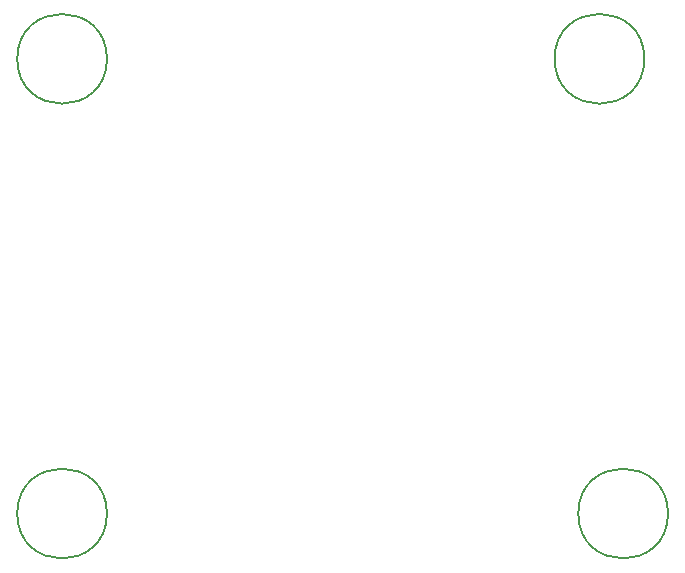
<source format=gbr>
%TF.GenerationSoftware,KiCad,Pcbnew,8.0.7*%
%TF.CreationDate,2025-10-24T17:03:05+02:00*%
%TF.ProjectId,Medidor_clk_PCB,4d656469-646f-4725-9f63-6c6b5f504342,rev?*%
%TF.SameCoordinates,Original*%
%TF.FileFunction,Other,Comment*%
%FSLAX46Y46*%
G04 Gerber Fmt 4.6, Leading zero omitted, Abs format (unit mm)*
G04 Created by KiCad (PCBNEW 8.0.7) date 2025-10-24 17:03:05*
%MOMM*%
%LPD*%
G01*
G04 APERTURE LIST*
%ADD10C,0.150000*%
G04 APERTURE END LIST*
D10*
%TO.C,H3*%
X175500000Y-117550000D02*
G75*
G02*
X167900000Y-117550000I-3800000J0D01*
G01*
X167900000Y-117550000D02*
G75*
G02*
X175500000Y-117550000I3800000J0D01*
G01*
%TO.C,H2*%
X173500000Y-79050000D02*
G75*
G02*
X165900000Y-79050000I-3800000J0D01*
G01*
X165900000Y-79050000D02*
G75*
G02*
X173500000Y-79050000I3800000J0D01*
G01*
%TO.C,H1*%
X128000000Y-79050000D02*
G75*
G02*
X120400000Y-79050000I-3800000J0D01*
G01*
X120400000Y-79050000D02*
G75*
G02*
X128000000Y-79050000I3800000J0D01*
G01*
%TO.C,H4*%
X128000000Y-117550000D02*
G75*
G02*
X120400000Y-117550000I-3800000J0D01*
G01*
X120400000Y-117550000D02*
G75*
G02*
X128000000Y-117550000I3800000J0D01*
G01*
%TD*%
M02*

</source>
